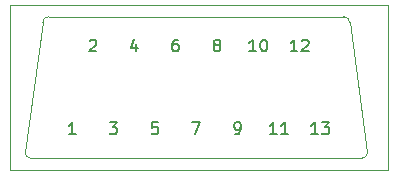
<source format=gbr>
G04 #@! TF.GenerationSoftware,KiCad,Pcbnew,(5.1.4)-1*
G04 #@! TF.CreationDate,2019-10-27T01:38:00+02:00*
G04 #@! TF.ProjectId,SIOSocket,53494f53-6f63-46b6-9574-2e6b69636164,rev?*
G04 #@! TF.SameCoordinates,Original*
G04 #@! TF.FileFunction,Legend,Top*
G04 #@! TF.FilePolarity,Positive*
%FSLAX46Y46*%
G04 Gerber Fmt 4.6, Leading zero omitted, Abs format (unit mm)*
G04 Created by KiCad (PCBNEW (5.1.4)-1) date 2019-10-27 01:38:00*
%MOMM*%
%LPD*%
G04 APERTURE LIST*
%ADD10C,0.120000*%
%ADD11C,0.150000*%
G04 APERTURE END LIST*
D10*
X133750000Y-94000000D02*
G75*
G02X133250000Y-93500000I0J500000D01*
G01*
X162250000Y-93500000D02*
G75*
G02X161750000Y-94000000I-500000J0D01*
G01*
X147750000Y-82000000D02*
X160250000Y-82000000D01*
X147750000Y-82000000D02*
X135250000Y-82000000D01*
X160250000Y-82000000D02*
G75*
G02X160750000Y-82500000I0J-500000D01*
G01*
X134750000Y-82500000D02*
G75*
G02X135250000Y-82000000I500000J0D01*
G01*
X134750000Y-82500000D02*
X133250000Y-93500000D01*
X162250000Y-93500000D02*
X160750000Y-82500000D01*
X133750000Y-94000000D02*
X161750000Y-94000000D01*
X132000000Y-95000000D02*
X164000000Y-95000000D01*
X164000000Y-95000000D02*
X164000000Y-81000000D01*
X164000000Y-81000000D02*
X132000000Y-81000000D01*
X132000000Y-81000000D02*
X132000000Y-95000000D01*
D11*
X137535714Y-91952380D02*
X136964285Y-91952380D01*
X137250000Y-91952380D02*
X137250000Y-90952380D01*
X137154761Y-91095238D01*
X137059523Y-91190476D01*
X136964285Y-91238095D01*
X140416666Y-90952380D02*
X141035714Y-90952380D01*
X140702380Y-91333333D01*
X140845238Y-91333333D01*
X140940476Y-91380952D01*
X140988095Y-91428571D01*
X141035714Y-91523809D01*
X141035714Y-91761904D01*
X140988095Y-91857142D01*
X140940476Y-91904761D01*
X140845238Y-91952380D01*
X140559523Y-91952380D01*
X140464285Y-91904761D01*
X140416666Y-91857142D01*
X144488095Y-90952380D02*
X144011904Y-90952380D01*
X143964285Y-91428571D01*
X144011904Y-91380952D01*
X144107142Y-91333333D01*
X144345238Y-91333333D01*
X144440476Y-91380952D01*
X144488095Y-91428571D01*
X144535714Y-91523809D01*
X144535714Y-91761904D01*
X144488095Y-91857142D01*
X144440476Y-91904761D01*
X144345238Y-91952380D01*
X144107142Y-91952380D01*
X144011904Y-91904761D01*
X143964285Y-91857142D01*
X147416666Y-90952380D02*
X148083333Y-90952380D01*
X147654761Y-91952380D01*
X151059523Y-91952380D02*
X151250000Y-91952380D01*
X151345238Y-91904761D01*
X151392857Y-91857142D01*
X151488095Y-91714285D01*
X151535714Y-91523809D01*
X151535714Y-91142857D01*
X151488095Y-91047619D01*
X151440476Y-91000000D01*
X151345238Y-90952380D01*
X151154761Y-90952380D01*
X151059523Y-91000000D01*
X151011904Y-91047619D01*
X150964285Y-91142857D01*
X150964285Y-91380952D01*
X151011904Y-91476190D01*
X151059523Y-91523809D01*
X151154761Y-91571428D01*
X151345238Y-91571428D01*
X151440476Y-91523809D01*
X151488095Y-91476190D01*
X151535714Y-91380952D01*
X154559523Y-91952380D02*
X153988095Y-91952380D01*
X154273809Y-91952380D02*
X154273809Y-90952380D01*
X154178571Y-91095238D01*
X154083333Y-91190476D01*
X153988095Y-91238095D01*
X155511904Y-91952380D02*
X154940476Y-91952380D01*
X155226190Y-91952380D02*
X155226190Y-90952380D01*
X155130952Y-91095238D01*
X155035714Y-91190476D01*
X154940476Y-91238095D01*
X158059523Y-91952380D02*
X157488095Y-91952380D01*
X157773809Y-91952380D02*
X157773809Y-90952380D01*
X157678571Y-91095238D01*
X157583333Y-91190476D01*
X157488095Y-91238095D01*
X158392857Y-90952380D02*
X159011904Y-90952380D01*
X158678571Y-91333333D01*
X158821428Y-91333333D01*
X158916666Y-91380952D01*
X158964285Y-91428571D01*
X159011904Y-91523809D01*
X159011904Y-91761904D01*
X158964285Y-91857142D01*
X158916666Y-91904761D01*
X158821428Y-91952380D01*
X158535714Y-91952380D01*
X158440476Y-91904761D01*
X158392857Y-91857142D01*
X138714285Y-84047619D02*
X138761904Y-84000000D01*
X138857142Y-83952380D01*
X139095238Y-83952380D01*
X139190476Y-84000000D01*
X139238095Y-84047619D01*
X139285714Y-84142857D01*
X139285714Y-84238095D01*
X139238095Y-84380952D01*
X138666666Y-84952380D01*
X139285714Y-84952380D01*
X142690476Y-84285714D02*
X142690476Y-84952380D01*
X142452380Y-83904761D02*
X142214285Y-84619047D01*
X142833333Y-84619047D01*
X146190476Y-83952380D02*
X146000000Y-83952380D01*
X145904761Y-84000000D01*
X145857142Y-84047619D01*
X145761904Y-84190476D01*
X145714285Y-84380952D01*
X145714285Y-84761904D01*
X145761904Y-84857142D01*
X145809523Y-84904761D01*
X145904761Y-84952380D01*
X146095238Y-84952380D01*
X146190476Y-84904761D01*
X146238095Y-84857142D01*
X146285714Y-84761904D01*
X146285714Y-84523809D01*
X146238095Y-84428571D01*
X146190476Y-84380952D01*
X146095238Y-84333333D01*
X145904761Y-84333333D01*
X145809523Y-84380952D01*
X145761904Y-84428571D01*
X145714285Y-84523809D01*
X149404761Y-84380952D02*
X149309523Y-84333333D01*
X149261904Y-84285714D01*
X149214285Y-84190476D01*
X149214285Y-84142857D01*
X149261904Y-84047619D01*
X149309523Y-84000000D01*
X149404761Y-83952380D01*
X149595238Y-83952380D01*
X149690476Y-84000000D01*
X149738095Y-84047619D01*
X149785714Y-84142857D01*
X149785714Y-84190476D01*
X149738095Y-84285714D01*
X149690476Y-84333333D01*
X149595238Y-84380952D01*
X149404761Y-84380952D01*
X149309523Y-84428571D01*
X149261904Y-84476190D01*
X149214285Y-84571428D01*
X149214285Y-84761904D01*
X149261904Y-84857142D01*
X149309523Y-84904761D01*
X149404761Y-84952380D01*
X149595238Y-84952380D01*
X149690476Y-84904761D01*
X149738095Y-84857142D01*
X149785714Y-84761904D01*
X149785714Y-84571428D01*
X149738095Y-84476190D01*
X149690476Y-84428571D01*
X149595238Y-84380952D01*
X152809523Y-84952380D02*
X152238095Y-84952380D01*
X152523809Y-84952380D02*
X152523809Y-83952380D01*
X152428571Y-84095238D01*
X152333333Y-84190476D01*
X152238095Y-84238095D01*
X153428571Y-83952380D02*
X153523809Y-83952380D01*
X153619047Y-84000000D01*
X153666666Y-84047619D01*
X153714285Y-84142857D01*
X153761904Y-84333333D01*
X153761904Y-84571428D01*
X153714285Y-84761904D01*
X153666666Y-84857142D01*
X153619047Y-84904761D01*
X153523809Y-84952380D01*
X153428571Y-84952380D01*
X153333333Y-84904761D01*
X153285714Y-84857142D01*
X153238095Y-84761904D01*
X153190476Y-84571428D01*
X153190476Y-84333333D01*
X153238095Y-84142857D01*
X153285714Y-84047619D01*
X153333333Y-84000000D01*
X153428571Y-83952380D01*
X156309523Y-84952380D02*
X155738095Y-84952380D01*
X156023809Y-84952380D02*
X156023809Y-83952380D01*
X155928571Y-84095238D01*
X155833333Y-84190476D01*
X155738095Y-84238095D01*
X156690476Y-84047619D02*
X156738095Y-84000000D01*
X156833333Y-83952380D01*
X157071428Y-83952380D01*
X157166666Y-84000000D01*
X157214285Y-84047619D01*
X157261904Y-84142857D01*
X157261904Y-84238095D01*
X157214285Y-84380952D01*
X156642857Y-84952380D01*
X157261904Y-84952380D01*
M02*

</source>
